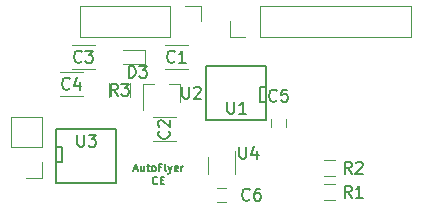
<source format=gbr>
G04 #@! TF.FileFunction,Legend,Top*
%FSLAX46Y46*%
G04 Gerber Fmt 4.6, Leading zero omitted, Abs format (unit mm)*
G04 Created by KiCad (PCBNEW 4.0.7) date 08/02/18 07:41:19*
%MOMM*%
%LPD*%
G01*
G04 APERTURE LIST*
%ADD10C,0.100000*%
%ADD11C,0.152400*%
%ADD12C,0.150000*%
%ADD13C,0.120000*%
G04 APERTURE END LIST*
D10*
D11*
X36551809Y-39939383D02*
X36854190Y-39939383D01*
X36491333Y-40120812D02*
X36703000Y-39485812D01*
X36914667Y-40120812D01*
X37398476Y-39697479D02*
X37398476Y-40120812D01*
X37126333Y-39697479D02*
X37126333Y-40030098D01*
X37156572Y-40090574D01*
X37217048Y-40120812D01*
X37307762Y-40120812D01*
X37368238Y-40090574D01*
X37398476Y-40060336D01*
X37610143Y-39697479D02*
X37852048Y-39697479D01*
X37700857Y-39485812D02*
X37700857Y-40030098D01*
X37731096Y-40090574D01*
X37791572Y-40120812D01*
X37852048Y-40120812D01*
X38154429Y-40120812D02*
X38093953Y-40090574D01*
X38063714Y-40060336D01*
X38033476Y-39999860D01*
X38033476Y-39818431D01*
X38063714Y-39757955D01*
X38093953Y-39727717D01*
X38154429Y-39697479D01*
X38245143Y-39697479D01*
X38305619Y-39727717D01*
X38335857Y-39757955D01*
X38366095Y-39818431D01*
X38366095Y-39999860D01*
X38335857Y-40060336D01*
X38305619Y-40090574D01*
X38245143Y-40120812D01*
X38154429Y-40120812D01*
X38849905Y-39788193D02*
X38638238Y-39788193D01*
X38638238Y-40120812D02*
X38638238Y-39485812D01*
X38940619Y-39485812D01*
X39273239Y-40120812D02*
X39212763Y-40090574D01*
X39182524Y-40030098D01*
X39182524Y-39485812D01*
X39454667Y-39697479D02*
X39605858Y-40120812D01*
X39757048Y-39697479D02*
X39605858Y-40120812D01*
X39545382Y-40272002D01*
X39515143Y-40302240D01*
X39454667Y-40332479D01*
X40240858Y-40090574D02*
X40180382Y-40120812D01*
X40059430Y-40120812D01*
X39998953Y-40090574D01*
X39968715Y-40030098D01*
X39968715Y-39788193D01*
X39998953Y-39727717D01*
X40059430Y-39697479D01*
X40180382Y-39697479D01*
X40240858Y-39727717D01*
X40271096Y-39788193D01*
X40271096Y-39848669D01*
X39968715Y-39909145D01*
X40543239Y-40120812D02*
X40543239Y-39697479D01*
X40543239Y-39818431D02*
X40573478Y-39757955D01*
X40603716Y-39727717D01*
X40664192Y-39697479D01*
X40724668Y-39697479D01*
X38517286Y-41165236D02*
X38487048Y-41195474D01*
X38396333Y-41225712D01*
X38335857Y-41225712D01*
X38245143Y-41195474D01*
X38184667Y-41134998D01*
X38154428Y-41074521D01*
X38124190Y-40953569D01*
X38124190Y-40862855D01*
X38154428Y-40741902D01*
X38184667Y-40681426D01*
X38245143Y-40620950D01*
X38335857Y-40590712D01*
X38396333Y-40590712D01*
X38487048Y-40620950D01*
X38517286Y-40651188D01*
X38789428Y-40893093D02*
X39001095Y-40893093D01*
X39091809Y-41225712D02*
X38789428Y-41225712D01*
X38789428Y-40590712D01*
X39091809Y-40590712D01*
D12*
X47752000Y-35814000D02*
X42672000Y-35814000D01*
X42672000Y-35814000D02*
X42672000Y-31242000D01*
X42672000Y-31242000D02*
X47752000Y-31242000D01*
X47752000Y-31242000D02*
X47752000Y-35814000D01*
X47752000Y-34290000D02*
X47244000Y-34290000D01*
X47244000Y-34290000D02*
X47244000Y-33020000D01*
X47244000Y-33020000D02*
X47752000Y-33020000D01*
D13*
X41132000Y-29460000D02*
X39132000Y-29460000D01*
X39132000Y-31500000D02*
X41132000Y-31500000D01*
X38116000Y-37596000D02*
X40116000Y-37596000D01*
X40116000Y-35556000D02*
X38116000Y-35556000D01*
X31258000Y-31500000D02*
X33258000Y-31500000D01*
X33258000Y-29460000D02*
X31258000Y-29460000D01*
X30242000Y-33786000D02*
X32242000Y-33786000D01*
X32242000Y-31746000D02*
X30242000Y-31746000D01*
X49368000Y-35718000D02*
X49368000Y-36418000D01*
X48168000Y-36418000D02*
X48168000Y-35718000D01*
X37472000Y-31080000D02*
X37472000Y-29880000D01*
X35622000Y-31080000D02*
X37472000Y-31080000D01*
X35622000Y-29880000D02*
X37472000Y-29880000D01*
X28762000Y-38100000D02*
X28762000Y-35500000D01*
X28762000Y-35500000D02*
X26102000Y-35500000D01*
X26102000Y-35500000D02*
X26102000Y-38100000D01*
X26102000Y-38100000D02*
X28762000Y-38100000D01*
X28762000Y-39370000D02*
X28762000Y-40700000D01*
X28762000Y-40700000D02*
X27432000Y-40700000D01*
X47244000Y-28762000D02*
X60004000Y-28762000D01*
X60004000Y-28762000D02*
X60004000Y-26102000D01*
X60004000Y-26102000D02*
X47244000Y-26102000D01*
X47244000Y-26102000D02*
X47244000Y-28762000D01*
X45974000Y-28762000D02*
X44644000Y-28762000D01*
X44644000Y-28762000D02*
X44644000Y-27432000D01*
X39624000Y-26102000D02*
X31944000Y-26102000D01*
X31944000Y-26102000D02*
X31944000Y-28762000D01*
X31944000Y-28762000D02*
X39624000Y-28762000D01*
X39624000Y-28762000D02*
X39624000Y-26102000D01*
X40894000Y-26102000D02*
X42224000Y-26102000D01*
X42224000Y-26102000D02*
X42224000Y-27432000D01*
X52586000Y-41230000D02*
X53586000Y-41230000D01*
X53586000Y-42590000D02*
X52586000Y-42590000D01*
X52586000Y-39198000D02*
X53586000Y-39198000D01*
X53586000Y-40558000D02*
X52586000Y-40558000D01*
X36186000Y-32674000D02*
X36186000Y-33874000D01*
X34426000Y-33874000D02*
X34426000Y-32674000D01*
D12*
X29972000Y-36576000D02*
X35052000Y-36576000D01*
X35052000Y-36576000D02*
X35052000Y-41148000D01*
X35052000Y-41148000D02*
X29972000Y-41148000D01*
X29972000Y-41148000D02*
X29972000Y-36576000D01*
X29972000Y-38100000D02*
X30480000Y-38100000D01*
X30480000Y-38100000D02*
X30480000Y-39370000D01*
X30480000Y-39370000D02*
X29972000Y-39370000D01*
D13*
X40442000Y-32768000D02*
X39512000Y-32768000D01*
X37282000Y-32768000D02*
X38212000Y-32768000D01*
X37282000Y-32768000D02*
X37282000Y-34928000D01*
X40442000Y-32768000D02*
X40442000Y-34228000D01*
X45102000Y-40324000D02*
X45102000Y-38424000D01*
X42782000Y-38924000D02*
X42782000Y-40324000D01*
X44292000Y-42764000D02*
X43592000Y-42764000D01*
X43592000Y-41564000D02*
X44292000Y-41564000D01*
D12*
X44450095Y-34250381D02*
X44450095Y-35059905D01*
X44497714Y-35155143D01*
X44545333Y-35202762D01*
X44640571Y-35250381D01*
X44831048Y-35250381D01*
X44926286Y-35202762D01*
X44973905Y-35155143D01*
X45021524Y-35059905D01*
X45021524Y-34250381D01*
X46021524Y-35250381D02*
X45450095Y-35250381D01*
X45735809Y-35250381D02*
X45735809Y-34250381D01*
X45640571Y-34393238D01*
X45545333Y-34488476D01*
X45450095Y-34536095D01*
X39965334Y-30837143D02*
X39917715Y-30884762D01*
X39774858Y-30932381D01*
X39679620Y-30932381D01*
X39536762Y-30884762D01*
X39441524Y-30789524D01*
X39393905Y-30694286D01*
X39346286Y-30503810D01*
X39346286Y-30360952D01*
X39393905Y-30170476D01*
X39441524Y-30075238D01*
X39536762Y-29980000D01*
X39679620Y-29932381D01*
X39774858Y-29932381D01*
X39917715Y-29980000D01*
X39965334Y-30027619D01*
X40917715Y-30932381D02*
X40346286Y-30932381D01*
X40632000Y-30932381D02*
X40632000Y-29932381D01*
X40536762Y-30075238D01*
X40441524Y-30170476D01*
X40346286Y-30218095D01*
X39473143Y-36742666D02*
X39520762Y-36790285D01*
X39568381Y-36933142D01*
X39568381Y-37028380D01*
X39520762Y-37171238D01*
X39425524Y-37266476D01*
X39330286Y-37314095D01*
X39139810Y-37361714D01*
X38996952Y-37361714D01*
X38806476Y-37314095D01*
X38711238Y-37266476D01*
X38616000Y-37171238D01*
X38568381Y-37028380D01*
X38568381Y-36933142D01*
X38616000Y-36790285D01*
X38663619Y-36742666D01*
X38663619Y-36361714D02*
X38616000Y-36314095D01*
X38568381Y-36218857D01*
X38568381Y-35980761D01*
X38616000Y-35885523D01*
X38663619Y-35837904D01*
X38758857Y-35790285D01*
X38854095Y-35790285D01*
X38996952Y-35837904D01*
X39568381Y-36409333D01*
X39568381Y-35790285D01*
X32091334Y-30837143D02*
X32043715Y-30884762D01*
X31900858Y-30932381D01*
X31805620Y-30932381D01*
X31662762Y-30884762D01*
X31567524Y-30789524D01*
X31519905Y-30694286D01*
X31472286Y-30503810D01*
X31472286Y-30360952D01*
X31519905Y-30170476D01*
X31567524Y-30075238D01*
X31662762Y-29980000D01*
X31805620Y-29932381D01*
X31900858Y-29932381D01*
X32043715Y-29980000D01*
X32091334Y-30027619D01*
X32424667Y-29932381D02*
X33043715Y-29932381D01*
X32710381Y-30313333D01*
X32853239Y-30313333D01*
X32948477Y-30360952D01*
X32996096Y-30408571D01*
X33043715Y-30503810D01*
X33043715Y-30741905D01*
X32996096Y-30837143D01*
X32948477Y-30884762D01*
X32853239Y-30932381D01*
X32567524Y-30932381D01*
X32472286Y-30884762D01*
X32424667Y-30837143D01*
X31075334Y-33123143D02*
X31027715Y-33170762D01*
X30884858Y-33218381D01*
X30789620Y-33218381D01*
X30646762Y-33170762D01*
X30551524Y-33075524D01*
X30503905Y-32980286D01*
X30456286Y-32789810D01*
X30456286Y-32646952D01*
X30503905Y-32456476D01*
X30551524Y-32361238D01*
X30646762Y-32266000D01*
X30789620Y-32218381D01*
X30884858Y-32218381D01*
X31027715Y-32266000D01*
X31075334Y-32313619D01*
X31932477Y-32551714D02*
X31932477Y-33218381D01*
X31694381Y-32170762D02*
X31456286Y-32885048D01*
X32075334Y-32885048D01*
X48601334Y-34139143D02*
X48553715Y-34186762D01*
X48410858Y-34234381D01*
X48315620Y-34234381D01*
X48172762Y-34186762D01*
X48077524Y-34091524D01*
X48029905Y-33996286D01*
X47982286Y-33805810D01*
X47982286Y-33662952D01*
X48029905Y-33472476D01*
X48077524Y-33377238D01*
X48172762Y-33282000D01*
X48315620Y-33234381D01*
X48410858Y-33234381D01*
X48553715Y-33282000D01*
X48601334Y-33329619D01*
X49506096Y-33234381D02*
X49029905Y-33234381D01*
X48982286Y-33710571D01*
X49029905Y-33662952D01*
X49125143Y-33615333D01*
X49363239Y-33615333D01*
X49458477Y-33662952D01*
X49506096Y-33710571D01*
X49553715Y-33805810D01*
X49553715Y-34043905D01*
X49506096Y-34139143D01*
X49458477Y-34186762D01*
X49363239Y-34234381D01*
X49125143Y-34234381D01*
X49029905Y-34186762D01*
X48982286Y-34139143D01*
X36091905Y-32202381D02*
X36091905Y-31202381D01*
X36330000Y-31202381D01*
X36472858Y-31250000D01*
X36568096Y-31345238D01*
X36615715Y-31440476D01*
X36663334Y-31630952D01*
X36663334Y-31773810D01*
X36615715Y-31964286D01*
X36568096Y-32059524D01*
X36472858Y-32154762D01*
X36330000Y-32202381D01*
X36091905Y-32202381D01*
X36996667Y-31202381D02*
X37615715Y-31202381D01*
X37282381Y-31583333D01*
X37425239Y-31583333D01*
X37520477Y-31630952D01*
X37568096Y-31678571D01*
X37615715Y-31773810D01*
X37615715Y-32011905D01*
X37568096Y-32107143D01*
X37520477Y-32154762D01*
X37425239Y-32202381D01*
X37139524Y-32202381D01*
X37044286Y-32154762D01*
X36996667Y-32107143D01*
X54951334Y-42362381D02*
X54618000Y-41886190D01*
X54379905Y-42362381D02*
X54379905Y-41362381D01*
X54760858Y-41362381D01*
X54856096Y-41410000D01*
X54903715Y-41457619D01*
X54951334Y-41552857D01*
X54951334Y-41695714D01*
X54903715Y-41790952D01*
X54856096Y-41838571D01*
X54760858Y-41886190D01*
X54379905Y-41886190D01*
X55903715Y-42362381D02*
X55332286Y-42362381D01*
X55618000Y-42362381D02*
X55618000Y-41362381D01*
X55522762Y-41505238D01*
X55427524Y-41600476D01*
X55332286Y-41648095D01*
X54951334Y-40330381D02*
X54618000Y-39854190D01*
X54379905Y-40330381D02*
X54379905Y-39330381D01*
X54760858Y-39330381D01*
X54856096Y-39378000D01*
X54903715Y-39425619D01*
X54951334Y-39520857D01*
X54951334Y-39663714D01*
X54903715Y-39758952D01*
X54856096Y-39806571D01*
X54760858Y-39854190D01*
X54379905Y-39854190D01*
X55332286Y-39425619D02*
X55379905Y-39378000D01*
X55475143Y-39330381D01*
X55713239Y-39330381D01*
X55808477Y-39378000D01*
X55856096Y-39425619D01*
X55903715Y-39520857D01*
X55903715Y-39616095D01*
X55856096Y-39758952D01*
X55284667Y-40330381D01*
X55903715Y-40330381D01*
X35139334Y-33726381D02*
X34806000Y-33250190D01*
X34567905Y-33726381D02*
X34567905Y-32726381D01*
X34948858Y-32726381D01*
X35044096Y-32774000D01*
X35091715Y-32821619D01*
X35139334Y-32916857D01*
X35139334Y-33059714D01*
X35091715Y-33154952D01*
X35044096Y-33202571D01*
X34948858Y-33250190D01*
X34567905Y-33250190D01*
X35472667Y-32726381D02*
X36091715Y-32726381D01*
X35758381Y-33107333D01*
X35901239Y-33107333D01*
X35996477Y-33154952D01*
X36044096Y-33202571D01*
X36091715Y-33297810D01*
X36091715Y-33535905D01*
X36044096Y-33631143D01*
X35996477Y-33678762D01*
X35901239Y-33726381D01*
X35615524Y-33726381D01*
X35520286Y-33678762D01*
X35472667Y-33631143D01*
X31750095Y-37044381D02*
X31750095Y-37853905D01*
X31797714Y-37949143D01*
X31845333Y-37996762D01*
X31940571Y-38044381D01*
X32131048Y-38044381D01*
X32226286Y-37996762D01*
X32273905Y-37949143D01*
X32321524Y-37853905D01*
X32321524Y-37044381D01*
X32702476Y-37044381D02*
X33321524Y-37044381D01*
X32988190Y-37425333D01*
X33131048Y-37425333D01*
X33226286Y-37472952D01*
X33273905Y-37520571D01*
X33321524Y-37615810D01*
X33321524Y-37853905D01*
X33273905Y-37949143D01*
X33226286Y-37996762D01*
X33131048Y-38044381D01*
X32845333Y-38044381D01*
X32750095Y-37996762D01*
X32702476Y-37949143D01*
X40640095Y-32980381D02*
X40640095Y-33789905D01*
X40687714Y-33885143D01*
X40735333Y-33932762D01*
X40830571Y-33980381D01*
X41021048Y-33980381D01*
X41116286Y-33932762D01*
X41163905Y-33885143D01*
X41211524Y-33789905D01*
X41211524Y-32980381D01*
X41640095Y-33075619D02*
X41687714Y-33028000D01*
X41782952Y-32980381D01*
X42021048Y-32980381D01*
X42116286Y-33028000D01*
X42163905Y-33075619D01*
X42211524Y-33170857D01*
X42211524Y-33266095D01*
X42163905Y-33408952D01*
X41592476Y-33980381D01*
X42211524Y-33980381D01*
X45466095Y-38060381D02*
X45466095Y-38869905D01*
X45513714Y-38965143D01*
X45561333Y-39012762D01*
X45656571Y-39060381D01*
X45847048Y-39060381D01*
X45942286Y-39012762D01*
X45989905Y-38965143D01*
X46037524Y-38869905D01*
X46037524Y-38060381D01*
X46942286Y-38393714D02*
X46942286Y-39060381D01*
X46704190Y-38012762D02*
X46466095Y-38727048D01*
X47085143Y-38727048D01*
X46315334Y-42521143D02*
X46267715Y-42568762D01*
X46124858Y-42616381D01*
X46029620Y-42616381D01*
X45886762Y-42568762D01*
X45791524Y-42473524D01*
X45743905Y-42378286D01*
X45696286Y-42187810D01*
X45696286Y-42044952D01*
X45743905Y-41854476D01*
X45791524Y-41759238D01*
X45886762Y-41664000D01*
X46029620Y-41616381D01*
X46124858Y-41616381D01*
X46267715Y-41664000D01*
X46315334Y-41711619D01*
X47172477Y-41616381D02*
X46982000Y-41616381D01*
X46886762Y-41664000D01*
X46839143Y-41711619D01*
X46743905Y-41854476D01*
X46696286Y-42044952D01*
X46696286Y-42425905D01*
X46743905Y-42521143D01*
X46791524Y-42568762D01*
X46886762Y-42616381D01*
X47077239Y-42616381D01*
X47172477Y-42568762D01*
X47220096Y-42521143D01*
X47267715Y-42425905D01*
X47267715Y-42187810D01*
X47220096Y-42092571D01*
X47172477Y-42044952D01*
X47077239Y-41997333D01*
X46886762Y-41997333D01*
X46791524Y-42044952D01*
X46743905Y-42092571D01*
X46696286Y-42187810D01*
M02*

</source>
